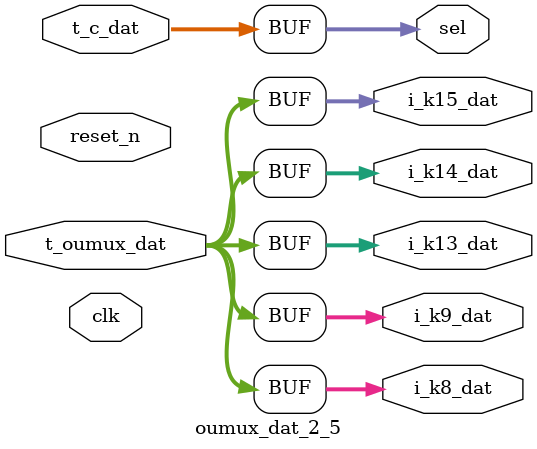
<source format=v>
module oumux_dat_2_5 (
    input wire [511:0] t_oumux_dat,

    input wire [3:0]             t_c_dat,

                                            
    output wire [511:0]    i_k8_dat,
                                            
    output wire [511:0]    i_k9_dat,
                                            
    output wire [511:0]    i_k13_dat,
                                            
    output wire [511:0]    i_k14_dat,
                                            
    output wire [511:0]    i_k15_dat,
                                            
    output wire [3:0]         sel,
    input wire                              clk, reset_n
);

   assign sel=t_c_dat;


assign i_k8_dat = t_oumux_dat; 
assign i_k9_dat = t_oumux_dat; 
assign i_k13_dat = t_oumux_dat; 
assign i_k14_dat = t_oumux_dat; 
assign i_k15_dat = t_oumux_dat; 

endmodule

</source>
